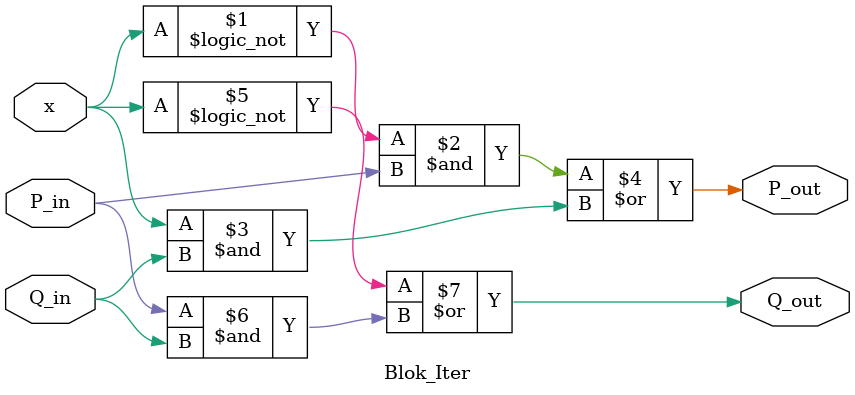
<source format=v>
`timescale 1ns / 1ps
module Blok_Iter(
    input x,
    input P_in,
    input Q_in,
    output P_out,
    output Q_out
    );
assign P_out = (!x & P_in) | (x & Q_in);
assign Q_out =  !x | (P_in & Q_in);

endmodule

</source>
